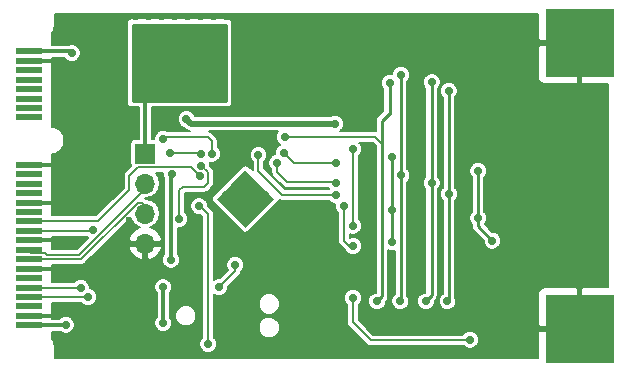
<source format=gbl>
G04 #@! TF.GenerationSoftware,KiCad,Pcbnew,(5.0.0)*
G04 #@! TF.CreationDate,2018-09-20T08:03:35+02:00*
G04 #@! TF.ProjectId,pcielora,706369656C6F72612E6B696361645F70,A*
G04 #@! TF.SameCoordinates,Original*
G04 #@! TF.FileFunction,Copper,L2,Bot,Signal*
G04 #@! TF.FilePolarity,Positive*
%FSLAX46Y46*%
G04 Gerber Fmt 4.6, Leading zero omitted, Abs format (unit mm)*
G04 Created by KiCad (PCBNEW (5.0.0)) date 09/20/18 08:03:35*
%MOMM*%
%LPD*%
G01*
G04 APERTURE LIST*
G04 #@! TA.AperFunction,ViaPad*
%ADD10C,0.600000*%
G04 #@! TD*
G04 #@! TA.AperFunction,ComponentPad*
%ADD11R,1.700000X1.700000*%
G04 #@! TD*
G04 #@! TA.AperFunction,ComponentPad*
%ADD12O,1.700000X1.700000*%
G04 #@! TD*
G04 #@! TA.AperFunction,ComponentPad*
%ADD13R,5.800000X5.800000*%
G04 #@! TD*
G04 #@! TA.AperFunction,SMDPad,CuDef*
%ADD14R,2.300000X0.600000*%
G04 #@! TD*
G04 #@! TA.AperFunction,Conductor*
%ADD15C,1.725000*%
G04 #@! TD*
G04 #@! TA.AperFunction,Conductor*
%ADD16C,0.150000*%
G04 #@! TD*
G04 #@! TA.AperFunction,ViaPad*
%ADD17C,0.711200*%
G04 #@! TD*
G04 #@! TA.AperFunction,Conductor*
%ADD18C,0.203200*%
G04 #@! TD*
G04 #@! TA.AperFunction,Conductor*
%ADD19C,0.300000*%
G04 #@! TD*
G04 #@! TA.AperFunction,Conductor*
%ADD20C,0.508000*%
G04 #@! TD*
G04 #@! TA.AperFunction,Conductor*
%ADD21C,0.304800*%
G04 #@! TD*
G04 #@! TA.AperFunction,Conductor*
%ADD22C,0.254000*%
G04 #@! TD*
G04 #@! TA.AperFunction,Conductor*
%ADD23C,0.200000*%
G04 #@! TD*
G04 APERTURE END LIST*
D10*
G04 #@! TO.N,GND*
G04 #@! TO.C,REF\002A\002A*
X125285500Y-84381500D03*
G04 #@! TD*
G04 #@! TO.N,GND*
G04 #@! TO.C,REF\002A\002A*
X129667000Y-95621000D03*
G04 #@! TD*
G04 #@! TO.N,GND*
G04 #@! TO.C,REF\002A\002A*
X119380000Y-95621000D03*
G04 #@! TD*
G04 #@! TO.N,GND*
G04 #@! TO.C,REF\002A\002A*
X159246000Y-95621000D03*
G04 #@! TD*
G04 #@! TO.N,GND*
G04 #@! TO.C,REF\002A\002A*
X158146000Y-95621000D03*
G04 #@! TD*
G04 #@! TO.N,GND*
G04 #@! TO.C,REF\002A\002A*
X157046000Y-95621000D03*
G04 #@! TD*
G04 #@! TO.N,GND*
G04 #@! TO.C,REF\002A\002A*
X155946000Y-95621000D03*
G04 #@! TD*
G04 #@! TO.N,GND*
G04 #@! TO.C,REF\002A\002A*
X154846000Y-95621000D03*
G04 #@! TD*
G04 #@! TO.N,GND*
G04 #@! TO.C,REF\002A\002A*
X153746000Y-95621000D03*
G04 #@! TD*
G04 #@! TO.N,GND*
G04 #@! TO.C,REF\002A\002A*
X152646000Y-95621000D03*
G04 #@! TD*
G04 #@! TO.N,GND*
G04 #@! TO.C,REF\002A\002A*
X151546000Y-95621000D03*
G04 #@! TD*
G04 #@! TO.N,GND*
G04 #@! TO.C,REF\002A\002A*
X150446000Y-95621000D03*
G04 #@! TD*
G04 #@! TO.N,GND*
G04 #@! TO.C,REF\002A\002A*
X149346000Y-95621000D03*
G04 #@! TD*
G04 #@! TO.N,GND*
G04 #@! TO.C,REF\002A\002A*
X148246000Y-95621000D03*
G04 #@! TD*
G04 #@! TO.N,GND*
G04 #@! TO.C,REF\002A\002A*
X147146000Y-95621000D03*
G04 #@! TD*
G04 #@! TO.N,GND*
G04 #@! TO.C,REF\002A\002A*
X146046000Y-95621000D03*
G04 #@! TD*
G04 #@! TO.N,GND*
G04 #@! TO.C,REF\002A\002A*
X144946000Y-95621000D03*
G04 #@! TD*
G04 #@! TO.N,GND*
G04 #@! TO.C,REF\002A\002A*
X143846000Y-95621000D03*
G04 #@! TD*
G04 #@! TO.N,GND*
G04 #@! TO.C,REF\002A\002A*
X142746000Y-95621000D03*
G04 #@! TD*
G04 #@! TO.N,GND*
G04 #@! TO.C,REF\002A\002A*
X141646000Y-95621000D03*
G04 #@! TD*
G04 #@! TO.N,GND*
G04 #@! TO.C,REF\002A\002A*
X140546000Y-95621000D03*
G04 #@! TD*
G04 #@! TO.N,GND*
G04 #@! TO.C,REF\002A\002A*
X139446000Y-95621000D03*
G04 #@! TD*
G04 #@! TO.N,GND*
G04 #@! TO.C,REF\002A\002A*
X158853000Y-67183000D03*
G04 #@! TD*
G04 #@! TO.N,GND*
G04 #@! TO.C,REF\002A\002A*
X157753000Y-67183000D03*
G04 #@! TD*
G04 #@! TO.N,GND*
G04 #@! TO.C,REF\002A\002A*
X156653000Y-67183000D03*
G04 #@! TD*
G04 #@! TO.N,GND*
G04 #@! TO.C,REF\002A\002A*
X155553000Y-67183000D03*
G04 #@! TD*
G04 #@! TO.N,GND*
G04 #@! TO.C,REF\002A\002A*
X154453000Y-67183000D03*
G04 #@! TD*
G04 #@! TO.N,GND*
G04 #@! TO.C,REF\002A\002A*
X153353000Y-67183000D03*
G04 #@! TD*
G04 #@! TO.N,GND*
G04 #@! TO.C,REF\002A\002A*
X152253000Y-67183000D03*
G04 #@! TD*
G04 #@! TO.N,GND*
G04 #@! TO.C,REF\002A\002A*
X151153000Y-67183000D03*
G04 #@! TD*
G04 #@! TO.N,GND*
G04 #@! TO.C,REF\002A\002A*
X150053000Y-67183000D03*
G04 #@! TD*
G04 #@! TO.N,GND*
G04 #@! TO.C,REF\002A\002A*
X148953000Y-67183000D03*
G04 #@! TD*
G04 #@! TO.N,GND*
G04 #@! TO.C,REF\002A\002A*
X147853000Y-67183000D03*
G04 #@! TD*
G04 #@! TO.N,GND*
G04 #@! TO.C,REF\002A\002A*
X146753000Y-67183000D03*
G04 #@! TD*
G04 #@! TO.N,GND*
G04 #@! TO.C,REF\002A\002A*
X145653000Y-67183000D03*
G04 #@! TD*
G04 #@! TO.N,GND*
G04 #@! TO.C,REF\002A\002A*
X144553000Y-67183000D03*
G04 #@! TD*
G04 #@! TO.N,GND*
G04 #@! TO.C,REF\002A\002A*
X143453000Y-67183000D03*
G04 #@! TD*
G04 #@! TO.N,GND*
G04 #@! TO.C,REF\002A\002A*
X142353000Y-67183000D03*
G04 #@! TD*
G04 #@! TO.N,GND*
G04 #@! TO.C,REF\002A\002A*
X141253000Y-67183000D03*
G04 #@! TD*
G04 #@! TO.N,GND*
G04 #@! TO.C,REF\002A\002A*
X140153000Y-67183000D03*
G04 #@! TD*
G04 #@! TO.N,GND*
G04 #@! TO.C,REF\002A\002A*
X139053000Y-67183000D03*
G04 #@! TD*
G04 #@! TO.N,GND*
G04 #@! TO.C,REF\002A\002A*
X137953000Y-67183000D03*
G04 #@! TD*
G04 #@! TO.N,GND*
G04 #@! TO.C,REF\002A\002A*
X136853000Y-67183000D03*
G04 #@! TD*
G04 #@! TO.N,GND*
G04 #@! TO.C,REF\002A\002A*
X135753000Y-67183000D03*
G04 #@! TD*
G04 #@! TO.N,GND*
G04 #@! TO.C,REF\002A\002A*
X134653000Y-67183000D03*
G04 #@! TD*
G04 #@! TO.N,GND*
G04 #@! TO.C,REF\002A\002A*
X133553000Y-67183000D03*
G04 #@! TD*
G04 #@! TO.N,GND*
G04 #@! TO.C,REF\002A\002A*
X132453000Y-67183000D03*
G04 #@! TD*
G04 #@! TO.N,GND*
G04 #@! TO.C,REF\002A\002A*
X131353000Y-67183000D03*
G04 #@! TD*
G04 #@! TO.N,GND*
G04 #@! TO.C,REF\002A\002A*
X130253000Y-67183000D03*
G04 #@! TD*
G04 #@! TO.N,GND*
G04 #@! TO.C,REF\002A\002A*
X129153000Y-67183000D03*
G04 #@! TD*
G04 #@! TO.N,GND*
G04 #@! TO.C,REF\002A\002A*
X128053000Y-67183000D03*
G04 #@! TD*
G04 #@! TO.N,GND*
G04 #@! TO.C,REF\002A\002A*
X126953000Y-67183000D03*
G04 #@! TD*
G04 #@! TO.N,GND*
G04 #@! TO.C,REF\002A\002A*
X125853000Y-67183000D03*
G04 #@! TD*
G04 #@! TO.N,GND*
G04 #@! TO.C,REF\002A\002A*
X124753000Y-67183000D03*
G04 #@! TD*
G04 #@! TO.N,GND*
G04 #@! TO.C,REF\002A\002A*
X123653000Y-67183000D03*
G04 #@! TD*
G04 #@! TO.N,GND*
G04 #@! TO.C,REF\002A\002A*
X122553000Y-67183000D03*
G04 #@! TD*
G04 #@! TO.N,GND*
G04 #@! TO.C,REF\002A\002A*
X121453000Y-67183000D03*
G04 #@! TD*
G04 #@! TO.N,GND*
G04 #@! TO.C,REF\002A\002A*
X120353000Y-67183000D03*
G04 #@! TD*
G04 #@! TO.N,GND*
G04 #@! TO.C,REF\002A\002A*
X119253000Y-67183000D03*
G04 #@! TD*
G04 #@! TO.N,GND*
G04 #@! TO.C,REF\002A\002A*
X165608000Y-89652000D03*
G04 #@! TD*
G04 #@! TO.N,GND*
G04 #@! TO.C,REF\002A\002A*
X165608000Y-88552000D03*
G04 #@! TD*
G04 #@! TO.N,GND*
G04 #@! TO.C,REF\002A\002A*
X165608000Y-87452000D03*
G04 #@! TD*
G04 #@! TO.N,GND*
G04 #@! TO.C,REF\002A\002A*
X165608000Y-86352000D03*
G04 #@! TD*
G04 #@! TO.N,GND*
G04 #@! TO.C,REF\002A\002A*
X165608000Y-85252000D03*
G04 #@! TD*
G04 #@! TO.N,GND*
G04 #@! TO.C,REF\002A\002A*
X165608000Y-84152000D03*
G04 #@! TD*
G04 #@! TO.N,GND*
G04 #@! TO.C,REF\002A\002A*
X165608000Y-83052000D03*
G04 #@! TD*
G04 #@! TO.N,GND*
G04 #@! TO.C,REF\002A\002A*
X165608000Y-81952000D03*
G04 #@! TD*
G04 #@! TO.N,GND*
G04 #@! TO.C,REF\002A\002A*
X165608000Y-80852000D03*
G04 #@! TD*
G04 #@! TO.N,GND*
G04 #@! TO.C,REF\002A\002A*
X165608000Y-79752000D03*
G04 #@! TD*
G04 #@! TO.N,GND*
G04 #@! TO.C,REF\002A\002A*
X165608000Y-78652000D03*
G04 #@! TD*
G04 #@! TO.N,GND*
G04 #@! TO.C,REF\002A\002A*
X165608000Y-77552000D03*
G04 #@! TD*
G04 #@! TO.N,GND*
G04 #@! TO.C,REF\002A\002A*
X165608000Y-76452000D03*
G04 #@! TD*
G04 #@! TO.N,GND*
G04 #@! TO.C,REF\002A\002A*
X165608000Y-75352000D03*
G04 #@! TD*
G04 #@! TO.N,GND*
G04 #@! TO.C,REF\002A\002A*
X165608000Y-74252000D03*
G04 #@! TD*
G04 #@! TO.N,+5V*
G04 #@! TO.C,REF\002A\002A*
X131318000Y-72390000D03*
G04 #@! TD*
G04 #@! TO.N,+5V*
G04 #@! TO.C,REF\002A\002A*
X130302000Y-72390000D03*
G04 #@! TD*
G04 #@! TO.N,+5V*
G04 #@! TO.C,REF\002A\002A*
X129159000Y-72390000D03*
G04 #@! TD*
G04 #@! TO.N,+5V*
G04 #@! TO.C,REF\002A\002A*
X131359000Y-71120000D03*
G04 #@! TD*
G04 #@! TO.N,+5V*
G04 #@! TO.C,REF\002A\002A*
X130259000Y-71120000D03*
G04 #@! TD*
G04 #@! TO.N,GND*
G04 #@! TO.C,REF\002A\002A*
X160909000Y-79883000D03*
G04 #@! TD*
G04 #@! TO.N,GND*
G04 #@! TO.C,REF\002A\002A*
X160528000Y-81534000D03*
G04 #@! TD*
G04 #@! TO.N,GND*
G04 #@! TO.C,REF\002A\002A*
X159131000Y-81534000D03*
G04 #@! TD*
G04 #@! TO.N,GND*
G04 #@! TO.C,REF\002A\002A*
X159639000Y-79883000D03*
G04 #@! TD*
G04 #@! TO.N,GND*
G04 #@! TO.C,REF\002A\002A*
X157988000Y-80772000D03*
G04 #@! TD*
G04 #@! TO.N,GND*
G04 #@! TO.C,REF\002A\002A*
X159131000Y-78867000D03*
G04 #@! TD*
G04 #@! TO.N,GND*
G04 #@! TO.C,REF\002A\002A*
X157353000Y-78867000D03*
G04 #@! TD*
G04 #@! TO.N,GND*
G04 #@! TO.C,REF\002A\002A*
X159131000Y-75057000D03*
G04 #@! TD*
G04 #@! TO.N,GND*
G04 #@! TO.C,REF\002A\002A*
X158750000Y-73787000D03*
G04 #@! TD*
G04 #@! TO.N,GND*
G04 #@! TO.C,REF\002A\002A*
X157353000Y-74803000D03*
G04 #@! TD*
G04 #@! TO.N,GND*
G04 #@! TO.C,REF\002A\002A*
X156210000Y-73787000D03*
G04 #@! TD*
G04 #@! TO.N,GND*
G04 #@! TO.C,REF\002A\002A*
X157607000Y-72644000D03*
G04 #@! TD*
G04 #@! TO.N,GND*
G04 #@! TO.C,REF\002A\002A*
X155321000Y-72644000D03*
G04 #@! TD*
D11*
G04 #@! TO.P,P1,1*
G04 #@! TO.N,+5V*
X126619000Y-78740000D03*
D12*
G04 #@! TO.P,P1,2*
G04 #@! TO.N,/USB_N*
X126619000Y-81280000D03*
G04 #@! TO.P,P1,3*
G04 #@! TO.N,/USB_P*
X126619000Y-83820000D03*
G04 #@! TO.P,P1,4*
G04 #@! TO.N,GND*
X126619000Y-86360000D03*
G04 #@! TD*
D10*
G04 #@! TO.N,GND*
G04 #@! TO.C,REF\002A\002A*
X165608000Y-73152000D03*
G04 #@! TD*
D13*
G04 #@! TO.P,MOUNTING_HOLE1,1*
G04 #@! TO.N,GND*
X163394000Y-69372000D03*
G04 #@! TD*
G04 #@! TO.P,MOUNTING_HOLE2,1*
G04 #@! TO.N,GND*
X163394000Y-93572000D03*
G04 #@! TD*
D10*
G04 #@! TO.N,+5V*
G04 #@! TO.C,REF\002A\002A*
X129159000Y-71120000D03*
G04 #@! TD*
D14*
G04 #@! TO.P,J1,2*
G04 #@! TO.N,Net-(F1-Pad2)*
X116744000Y-70072000D03*
G04 #@! TO.P,J1,4*
G04 #@! TO.N,GND*
X116744000Y-70872000D03*
G04 #@! TO.P,J1,6*
G04 #@! TO.N,N/C*
X116744000Y-71672000D03*
G04 #@! TO.P,J1,8*
X116744000Y-72472000D03*
G04 #@! TO.P,J1,10*
X116744000Y-73272000D03*
G04 #@! TO.P,J1,12*
X116744000Y-74072000D03*
G04 #@! TO.P,J1,14*
X116744000Y-74872000D03*
G04 #@! TO.P,J1,16*
X116744000Y-75672000D03*
G04 #@! TO.P,J1,18*
G04 #@! TO.N,GND*
X116744000Y-79672000D03*
G04 #@! TO.P,J1,20*
G04 #@! TO.N,N/C*
X116744000Y-80472000D03*
G04 #@! TO.P,J1,22*
X116744000Y-81272000D03*
G04 #@! TO.P,J1,24*
X116744000Y-82072000D03*
G04 #@! TO.P,J1,26*
G04 #@! TO.N,GND*
X116744000Y-82872000D03*
G04 #@! TO.P,J1,28*
G04 #@! TO.N,N/C*
X116744000Y-83672000D03*
G04 #@! TO.P,J1,30*
G04 #@! TO.N,/SCL*
X116744000Y-84472000D03*
G04 #@! TO.P,J1,32*
G04 #@! TO.N,/SDA*
X116744000Y-85272000D03*
G04 #@! TO.P,J1,34*
G04 #@! TO.N,GND*
X116744000Y-86072000D03*
G04 #@! TO.P,J1,36*
G04 #@! TO.N,/USB_N*
X116744000Y-86872000D03*
G04 #@! TO.P,J1,38*
G04 #@! TO.N,/USB_P*
X116744000Y-87672000D03*
G04 #@! TO.P,J1,40*
G04 #@! TO.N,GND*
X116744000Y-88472000D03*
G04 #@! TO.P,J1,42*
G04 #@! TO.N,N/C*
X116744000Y-89272000D03*
G04 #@! TO.P,J1,44*
G04 #@! TO.N,Net-(J1-Pad44)*
X116744000Y-90072000D03*
G04 #@! TO.P,J1,46*
G04 #@! TO.N,Net-(J1-Pad46)*
X116744000Y-90872000D03*
G04 #@! TO.P,J1,48*
G04 #@! TO.N,N/C*
X116744000Y-91672000D03*
G04 #@! TO.P,J1,50*
G04 #@! TO.N,GND*
X116744000Y-92472000D03*
G04 #@! TO.P,J1,52*
G04 #@! TO.N,Net-(F1-Pad2)*
X116744000Y-93272000D03*
G04 #@! TD*
D15*
G04 #@! TO.N,N/C*
G04 #@! TO.C,U1*
X135102600Y-83796715D03*
D16*
G36*
X136322359Y-83796715D02*
X135102600Y-85016474D01*
X133882841Y-83796715D01*
X135102600Y-82576956D01*
X136322359Y-83796715D01*
X136322359Y-83796715D01*
G37*
D15*
X133881285Y-82575400D03*
D16*
G36*
X135101044Y-82575400D02*
X133881285Y-83795159D01*
X132661526Y-82575400D01*
X133881285Y-81355641D01*
X135101044Y-82575400D01*
X135101044Y-82575400D01*
G37*
D15*
X136323915Y-82575400D03*
D16*
G36*
X137543674Y-82575400D02*
X136323915Y-83795159D01*
X135104156Y-82575400D01*
X136323915Y-81355641D01*
X137543674Y-82575400D01*
X137543674Y-82575400D01*
G37*
D15*
X135102600Y-81354085D03*
D16*
G36*
X136322359Y-81354085D02*
X135102600Y-82573844D01*
X133882841Y-81354085D01*
X135102600Y-80134326D01*
X136322359Y-81354085D01*
X136322359Y-81354085D01*
G37*
D10*
X135102600Y-83796715D03*
X133881285Y-82575400D03*
X136323915Y-82575400D03*
X135102600Y-81354085D03*
X135102600Y-82575400D03*
G04 #@! TD*
D17*
G04 #@! TO.N,GND*
X119380000Y-88519000D03*
X119380000Y-92329000D03*
X119443500Y-72961500D03*
X119591000Y-79672000D03*
X119467000Y-83272000D03*
X119219000Y-86072000D03*
G04 #@! TO.N,+3V3*
X142684500Y-76200000D03*
X128143000Y-93091000D03*
X128143000Y-90043000D03*
X130111500Y-75819000D03*
X128803400Y-87731600D03*
X128854200Y-80492600D03*
G04 #@! TO.N,Net-(J1-Pad44)*
X121158000Y-90106500D03*
G04 #@! TO.N,Net-(J1-Pad46)*
X121793000Y-90868500D03*
G04 #@! TO.N,/SCK*
X137795000Y-79502000D03*
X150876000Y-81216500D03*
X142748000Y-81216500D03*
X150876000Y-72694800D03*
X150368000Y-91249500D03*
G04 #@! TO.N,/MISO*
X138430000Y-77343000D03*
X147320000Y-72720200D03*
X146240500Y-91249500D03*
G04 #@! TO.N,/MOSI*
X138366500Y-78676500D03*
X148272500Y-80581500D03*
X142748000Y-79502000D03*
X148272500Y-72072500D03*
X148209000Y-91249500D03*
G04 #@! TO.N,/NSS*
X152336500Y-82169000D03*
X136207500Y-78867000D03*
X142748000Y-82232500D03*
X152323800Y-73406000D03*
X152209500Y-91249500D03*
G04 #@! TO.N,+5V*
X130733800Y-71755000D03*
G04 #@! TO.N,/SWDIO*
X132905500Y-90043000D03*
X134239000Y-88138000D03*
G04 #@! TO.N,/SCL*
X131254500Y-80645000D03*
G04 #@! TO.N,/SDA*
X131381500Y-79756000D03*
X129476500Y-84264500D03*
X122174000Y-85217000D03*
G04 #@! TO.N,/WLAN*
X132270500Y-78740000D03*
X128143000Y-77470000D03*
G04 #@! TO.N,/WPAN*
X131318000Y-78803500D03*
X128714500Y-78676500D03*
G04 #@! TO.N,Net-(F1-Pad2)*
X120396000Y-70231000D03*
X119888000Y-93218000D03*
G04 #@! TO.N,/RFM_DIOC*
X144208500Y-84836000D03*
X144208500Y-78359000D03*
G04 #@! TO.N,/RFM_DIOB*
X154813000Y-84201000D03*
X154813000Y-80200500D03*
X156019500Y-86106000D03*
G04 #@! TO.N,/RFM_DIOA*
X147478750Y-83470750D03*
X147510500Y-86233000D03*
X147510500Y-78994000D03*
G04 #@! TO.N,/RES_RFM*
X143446500Y-83185000D03*
X144208500Y-86550500D03*
X144208500Y-90932000D03*
X154114500Y-94488000D03*
G04 #@! TO.N,/RESET*
X131953000Y-94869000D03*
X131191000Y-83185000D03*
G04 #@! TD*
D18*
G04 #@! TO.N,GND*
X119237000Y-92472000D02*
X119380000Y-92329000D01*
X119333000Y-88472000D02*
X119079000Y-88472000D01*
X119380000Y-88519000D02*
X119333000Y-88472000D01*
X119374000Y-72892000D02*
X119374000Y-70872000D01*
X119443500Y-72961500D02*
X119374000Y-72892000D01*
X119439000Y-82872000D02*
X119439000Y-83244000D01*
X119439000Y-83244000D02*
X119467000Y-83272000D01*
D19*
X116744000Y-82872000D02*
X119439000Y-82872000D01*
X119439000Y-82872000D02*
X119507000Y-82804000D01*
X116744000Y-70872000D02*
X119374000Y-70872000D01*
X119374000Y-70872000D02*
X119380000Y-70866000D01*
X116744000Y-86072000D02*
X119219000Y-86072000D01*
X119219000Y-86072000D02*
X119253000Y-86106000D01*
X116744000Y-88472000D02*
X119079000Y-88472000D01*
X119079000Y-88472000D02*
X119126000Y-88519000D01*
X116744000Y-92472000D02*
X119237000Y-92472000D01*
X119237000Y-92472000D02*
X119253000Y-92456000D01*
X116744000Y-79672000D02*
X119591000Y-79672000D01*
X119591000Y-79672000D02*
X119634000Y-79629000D01*
D20*
G04 #@! TO.N,+3V3*
X130492500Y-76200000D02*
X142684500Y-76200000D01*
X130111500Y-75819000D02*
X130492500Y-76200000D01*
D21*
X128143000Y-90043000D02*
X128143000Y-93091000D01*
X128803400Y-80543400D02*
X128803400Y-87731600D01*
X128854200Y-80492600D02*
X128803400Y-80543400D01*
D18*
G04 #@! TO.N,/USB_N*
X126619000Y-81280000D02*
X126619000Y-81707538D01*
X126619000Y-81707538D02*
X125968138Y-82358400D01*
X125968138Y-82358400D02*
X121037737Y-87288801D01*
X118263683Y-87288801D02*
X118095281Y-87120399D01*
X121037737Y-87288801D02*
X118263683Y-87288801D01*
X118095281Y-87120399D02*
X116992399Y-87120399D01*
X116992399Y-87120399D02*
X116744000Y-86872000D01*
G04 #@! TO.N,/USB_P*
X126340631Y-82955369D02*
X125913093Y-82955369D01*
X121196462Y-87672000D02*
X117160800Y-87672000D01*
X125891883Y-82976579D02*
X121196462Y-87672000D01*
X126619000Y-83233738D02*
X126340631Y-82955369D01*
X125913093Y-82955369D02*
X125891883Y-82934159D01*
X125891883Y-82934159D02*
X125891883Y-82976579D01*
X126619000Y-83820000D02*
X126619000Y-83233738D01*
X117160800Y-87672000D02*
X116744000Y-87672000D01*
G04 #@! TO.N,Net-(J1-Pad44)*
X121123500Y-90072000D02*
X116744000Y-90072000D01*
X121158000Y-90106500D02*
X121123500Y-90072000D01*
G04 #@! TO.N,Net-(J1-Pad46)*
X121789500Y-90872000D02*
X116744000Y-90872000D01*
X121793000Y-90868500D02*
X121789500Y-90872000D01*
G04 #@! TO.N,/SCK*
X137795000Y-79502000D02*
X137795000Y-80327500D01*
X142684500Y-81153000D02*
X142748000Y-81216500D01*
X138620500Y-81153000D02*
X142684500Y-81153000D01*
X137795000Y-80327500D02*
X138620500Y-81153000D01*
D22*
X150876000Y-81216500D02*
X150876000Y-74168000D01*
X150876000Y-72694800D02*
X150876000Y-74168000D01*
X150368000Y-91249500D02*
X150876000Y-90741500D01*
X150876000Y-90741500D02*
X150876000Y-81216500D01*
D18*
G04 #@! TO.N,/MISO*
X146685000Y-77851000D02*
X146685000Y-77914500D01*
X146113500Y-77343000D02*
X146685000Y-77914500D01*
X146113500Y-77343000D02*
X138430000Y-77343000D01*
D22*
X146685000Y-79184500D02*
X146685000Y-79311500D01*
X146685000Y-79311500D02*
X146685000Y-90805000D01*
X146685000Y-90805000D02*
X146685000Y-90678000D01*
X146685000Y-90678000D02*
X146685000Y-90805000D01*
X147320000Y-75374500D02*
X147256500Y-75374500D01*
X146685000Y-75946000D02*
X146685000Y-77851000D01*
X146685000Y-77851000D02*
X146685000Y-79184500D01*
X147256500Y-75374500D02*
X146685000Y-75946000D01*
X147320000Y-72720200D02*
X147320000Y-73533000D01*
X146240500Y-91249500D02*
X146685000Y-90805000D01*
X147320000Y-75374500D02*
X147320000Y-73533000D01*
D18*
G04 #@! TO.N,/MOSI*
X138366500Y-78676500D02*
X139192000Y-79502000D01*
X139192000Y-79502000D02*
X142748000Y-79502000D01*
D22*
X148272500Y-80581500D02*
X148272500Y-72072500D01*
X148272500Y-91186000D02*
X148272500Y-82423000D01*
X148272500Y-82423000D02*
X148272500Y-80581500D01*
X148209000Y-91249500D02*
X148272500Y-91186000D01*
D18*
G04 #@! TO.N,/NSS*
X136207500Y-78867000D02*
X136207500Y-80200500D01*
X138239500Y-82232500D02*
X142748000Y-82232500D01*
X136207500Y-80200500D02*
X138239500Y-82232500D01*
D22*
X152336500Y-73418700D02*
X152336500Y-74803000D01*
X152323800Y-73406000D02*
X152336500Y-73418700D01*
X152336500Y-91122500D02*
X152336500Y-82169000D01*
X152336500Y-82169000D02*
X152336500Y-74803000D01*
X152209500Y-91249500D02*
X152336500Y-91122500D01*
D21*
G04 #@! TO.N,+5V*
X126619000Y-78740000D02*
X126619000Y-73558400D01*
X127736600Y-72440800D02*
X126619000Y-73558400D01*
X130048000Y-72440800D02*
X127736600Y-72440800D01*
X130048000Y-72440800D02*
X130733800Y-71755000D01*
D18*
G04 #@! TO.N,/SWDIO*
X132905500Y-90043000D02*
X134239000Y-88709500D01*
X134239000Y-88709500D02*
X134239000Y-88138000D01*
X134302500Y-88201500D02*
X134239000Y-88138000D01*
G04 #@! TO.N,/SCL*
X120379000Y-84472000D02*
X122665000Y-84472000D01*
X125285500Y-80645000D02*
X126047500Y-79883000D01*
X125285500Y-81851500D02*
X125285500Y-80645000D01*
X122665000Y-84472000D02*
X125285500Y-81851500D01*
X116744000Y-84472000D02*
X120379000Y-84472000D01*
X126047500Y-79883000D02*
X128587500Y-79883000D01*
X128587500Y-79883000D02*
X130492500Y-79883000D01*
X130492500Y-79883000D02*
X131254500Y-80645000D01*
G04 #@! TO.N,/SDA*
X129476500Y-84264500D02*
X129476500Y-81851500D01*
X131635500Y-81534000D02*
X131953000Y-81216500D01*
X129794000Y-81534000D02*
X131635500Y-81534000D01*
X129476500Y-81851500D02*
X129794000Y-81534000D01*
X116744000Y-85272000D02*
X122119000Y-85272000D01*
X131953000Y-80327500D02*
X131381500Y-79756000D01*
X131953000Y-81216500D02*
X131953000Y-80327500D01*
X122119000Y-85272000D02*
X122174000Y-85217000D01*
G04 #@! TO.N,/WLAN*
X132270500Y-77660500D02*
X132270500Y-78740000D01*
X131953000Y-77343000D02*
X132270500Y-77660500D01*
X128270000Y-77343000D02*
X131953000Y-77343000D01*
X128143000Y-77470000D02*
X128270000Y-77343000D01*
G04 #@! TO.N,/WPAN*
X131318000Y-78803500D02*
X131191000Y-78676500D01*
X131191000Y-78676500D02*
X128714500Y-78676500D01*
D21*
G04 #@! TO.N,Net-(F1-Pad2)*
X116744000Y-93272000D02*
X119834000Y-93272000D01*
X120237000Y-70072000D02*
X116744000Y-70072000D01*
D22*
X120396000Y-70231000D02*
X120237000Y-70072000D01*
X119834000Y-93272000D02*
X119888000Y-93218000D01*
D18*
G04 #@! TO.N,/RFM_DIOC*
X144208500Y-84836000D02*
X144208500Y-78359000D01*
D22*
G04 #@! TO.N,/RFM_DIOB*
X154813000Y-84899500D02*
X154813000Y-84201000D01*
X154813000Y-84201000D02*
X154813000Y-80200500D01*
X156019500Y-86106000D02*
X154813000Y-84899500D01*
D18*
G04 #@! TO.N,/RFM_DIOA*
X147478750Y-83470750D02*
X147510500Y-83439000D01*
X147510500Y-83439000D02*
X147447000Y-83439000D01*
X147447000Y-83439000D02*
X147510500Y-83439000D01*
D22*
X147510500Y-78994000D02*
X147510500Y-83439000D01*
X147510500Y-83439000D02*
X147510500Y-86233000D01*
D18*
G04 #@! TO.N,/RES_RFM*
X143446500Y-83185000D02*
X143446500Y-86106000D01*
X143446500Y-86106000D02*
X143891000Y-86550500D01*
X143891000Y-86550500D02*
X144208500Y-86550500D01*
X144208500Y-93027500D02*
X144208500Y-90932000D01*
X145732500Y-94551500D02*
X144208500Y-93027500D01*
X154051000Y-94551500D02*
X145732500Y-94551500D01*
X154114500Y-94488000D02*
X154051000Y-94551500D01*
G04 #@! TO.N,/RESET*
X131191000Y-83185000D02*
X131254500Y-83185000D01*
X131953000Y-83883500D02*
X131953000Y-94869000D01*
X131254500Y-83185000D02*
X131953000Y-83883500D01*
G04 #@! TD*
D23*
G04 #@! TO.N,GND*
G36*
X159886000Y-69066000D02*
X160038000Y-69218000D01*
X163240000Y-69218000D01*
X163240000Y-69198000D01*
X163548000Y-69198000D01*
X163548000Y-69218000D01*
X163568000Y-69218000D01*
X163568000Y-69526000D01*
X163548000Y-69526000D01*
X163548000Y-72728000D01*
X163700000Y-72880000D01*
X165844000Y-72880000D01*
X165844000Y-90064000D01*
X163700000Y-90064000D01*
X163548000Y-90216000D01*
X163548000Y-93418000D01*
X163568000Y-93418000D01*
X163568000Y-93726000D01*
X163548000Y-93726000D01*
X163548000Y-93746000D01*
X163240000Y-93746000D01*
X163240000Y-93726000D01*
X160038000Y-93726000D01*
X159886000Y-93878000D01*
X159886000Y-96022000D01*
X118994000Y-96022000D01*
X118994000Y-95122000D01*
X118985354Y-95078533D01*
X118985354Y-95034210D01*
X118924457Y-94728063D01*
X118924457Y-94728061D01*
X118889682Y-94644107D01*
X118857266Y-94565846D01*
X118857262Y-94565842D01*
X118744000Y-94396335D01*
X118744000Y-93824400D01*
X119425694Y-93824400D01*
X119459428Y-93858193D01*
X119737043Y-93973468D01*
X120037639Y-93973731D01*
X120315454Y-93858940D01*
X120528193Y-93646572D01*
X120643468Y-93368957D01*
X120643731Y-93068361D01*
X120528940Y-92790546D01*
X120316572Y-92577807D01*
X120038957Y-92462532D01*
X119738361Y-92462269D01*
X119460546Y-92577060D01*
X119317757Y-92719600D01*
X118744000Y-92719600D01*
X118744000Y-91373600D01*
X121229571Y-91373600D01*
X121364428Y-91508693D01*
X121642043Y-91623968D01*
X121942639Y-91624231D01*
X122220454Y-91509440D01*
X122433193Y-91297072D01*
X122548468Y-91019457D01*
X122548731Y-90718861D01*
X122433940Y-90441046D01*
X122221572Y-90228307D01*
X122135674Y-90192639D01*
X127387269Y-90192639D01*
X127502060Y-90470454D01*
X127590600Y-90559149D01*
X127590600Y-92574788D01*
X127502807Y-92662428D01*
X127387532Y-92940043D01*
X127387269Y-93240639D01*
X127502060Y-93518454D01*
X127714428Y-93731193D01*
X127992043Y-93846468D01*
X128292639Y-93846731D01*
X128570454Y-93731940D01*
X128783193Y-93519572D01*
X128898468Y-93241957D01*
X128898731Y-92941361D01*
X128783940Y-92663546D01*
X128754682Y-92634236D01*
X129140344Y-92634236D01*
X129277072Y-92965143D01*
X129530025Y-93218538D01*
X129860694Y-93355843D01*
X130218736Y-93356156D01*
X130549643Y-93219428D01*
X130803038Y-92966475D01*
X130940343Y-92635806D01*
X130940656Y-92277764D01*
X130803928Y-91946857D01*
X130550975Y-91693462D01*
X130220306Y-91556157D01*
X129862264Y-91555844D01*
X129531357Y-91692572D01*
X129277962Y-91945525D01*
X129140657Y-92276194D01*
X129140344Y-92634236D01*
X128754682Y-92634236D01*
X128695400Y-92574851D01*
X128695400Y-90559212D01*
X128783193Y-90471572D01*
X128898468Y-90193957D01*
X128898731Y-89893361D01*
X128783940Y-89615546D01*
X128571572Y-89402807D01*
X128293957Y-89287532D01*
X127993361Y-89287269D01*
X127715546Y-89402060D01*
X127502807Y-89614428D01*
X127387532Y-89892043D01*
X127387269Y-90192639D01*
X122135674Y-90192639D01*
X121943957Y-90113032D01*
X121913594Y-90113005D01*
X121913731Y-89956861D01*
X121798940Y-89679046D01*
X121586572Y-89466307D01*
X121308957Y-89351032D01*
X121008361Y-89350769D01*
X120730546Y-89465560D01*
X120625523Y-89570400D01*
X118744000Y-89570400D01*
X118744000Y-88173600D01*
X121196462Y-88173600D01*
X121388416Y-88135418D01*
X121551147Y-88026685D01*
X122838922Y-86738910D01*
X125211097Y-86738910D01*
X125355523Y-87087616D01*
X125730146Y-87515741D01*
X126240089Y-87767915D01*
X126465000Y-87657856D01*
X126465000Y-86514000D01*
X126773000Y-86514000D01*
X126773000Y-87657856D01*
X126997911Y-87767915D01*
X127507854Y-87515741D01*
X127882477Y-87087616D01*
X128026903Y-86738910D01*
X127915889Y-86514000D01*
X126773000Y-86514000D01*
X126465000Y-86514000D01*
X125322111Y-86514000D01*
X125211097Y-86738910D01*
X122838922Y-86738910D01*
X125413086Y-84164746D01*
X125439662Y-84298354D01*
X125710628Y-84703883D01*
X126116157Y-84974849D01*
X126171710Y-84985899D01*
X125730146Y-85204259D01*
X125355523Y-85632384D01*
X125211097Y-85981090D01*
X125322111Y-86206000D01*
X126465000Y-86206000D01*
X126465000Y-86186000D01*
X126773000Y-86186000D01*
X126773000Y-86206000D01*
X127915889Y-86206000D01*
X128026903Y-85981090D01*
X127882477Y-85632384D01*
X127507854Y-85204259D01*
X127066290Y-84985899D01*
X127121843Y-84974849D01*
X127527372Y-84703883D01*
X127798338Y-84298354D01*
X127893489Y-83820000D01*
X127798338Y-83341646D01*
X127527372Y-82936117D01*
X127121843Y-82665151D01*
X126651897Y-82571672D01*
X126587418Y-82528589D01*
X126594511Y-82530000D01*
X126643489Y-82530000D01*
X127121843Y-82434849D01*
X127527372Y-82163883D01*
X127798338Y-81758354D01*
X127893489Y-81280000D01*
X127798338Y-80801646D01*
X127527372Y-80396117D01*
X127510136Y-80384600D01*
X128098694Y-80384600D01*
X128098469Y-80642239D01*
X128213260Y-80920054D01*
X128251000Y-80957860D01*
X128251000Y-87215388D01*
X128163207Y-87303028D01*
X128047932Y-87580643D01*
X128047669Y-87881239D01*
X128162460Y-88159054D01*
X128374828Y-88371793D01*
X128652443Y-88487068D01*
X128953039Y-88487331D01*
X129230854Y-88372540D01*
X129443593Y-88160172D01*
X129558868Y-87882557D01*
X129559131Y-87581961D01*
X129444340Y-87304146D01*
X129355800Y-87215451D01*
X129355800Y-85019994D01*
X129626139Y-85020231D01*
X129903954Y-84905440D01*
X130116693Y-84693072D01*
X130231968Y-84415457D01*
X130232231Y-84114861D01*
X130117440Y-83837046D01*
X129978100Y-83697463D01*
X129978100Y-83334639D01*
X130435269Y-83334639D01*
X130550060Y-83612454D01*
X130762428Y-83825193D01*
X131040043Y-83940468D01*
X131300826Y-83940696D01*
X131451400Y-84091270D01*
X131451400Y-94302077D01*
X131312807Y-94440428D01*
X131197532Y-94718043D01*
X131197269Y-95018639D01*
X131312060Y-95296454D01*
X131524428Y-95509193D01*
X131802043Y-95624468D01*
X132102639Y-95624731D01*
X132380454Y-95509940D01*
X132593193Y-95297572D01*
X132708468Y-95019957D01*
X132708731Y-94719361D01*
X132593940Y-94441546D01*
X132454600Y-94301963D01*
X132454600Y-93634236D01*
X136240344Y-93634236D01*
X136377072Y-93965143D01*
X136630025Y-94218538D01*
X136960694Y-94355843D01*
X137318736Y-94356156D01*
X137649643Y-94219428D01*
X137903038Y-93966475D01*
X138040343Y-93635806D01*
X138040656Y-93277764D01*
X137903928Y-92946857D01*
X137650975Y-92693462D01*
X137320306Y-92556157D01*
X136962264Y-92555844D01*
X136631357Y-92692572D01*
X136377962Y-92945525D01*
X136240657Y-93276194D01*
X136240344Y-93634236D01*
X132454600Y-93634236D01*
X132454600Y-91634236D01*
X136240344Y-91634236D01*
X136377072Y-91965143D01*
X136630025Y-92218538D01*
X136960694Y-92355843D01*
X137318736Y-92356156D01*
X137649643Y-92219428D01*
X137903038Y-91966475D01*
X138040343Y-91635806D01*
X138040656Y-91277764D01*
X137959619Y-91081639D01*
X143452769Y-91081639D01*
X143567560Y-91359454D01*
X143706900Y-91499037D01*
X143706900Y-93027500D01*
X143745082Y-93219454D01*
X143853815Y-93382185D01*
X145377813Y-94906182D01*
X145377815Y-94906185D01*
X145540546Y-95014918D01*
X145732500Y-95053100D01*
X153610966Y-95053100D01*
X153685928Y-95128193D01*
X153963543Y-95243468D01*
X154264139Y-95243731D01*
X154541954Y-95128940D01*
X154754693Y-94916572D01*
X154869968Y-94638957D01*
X154870231Y-94338361D01*
X154755440Y-94060546D01*
X154543072Y-93847807D01*
X154265457Y-93732532D01*
X153964861Y-93732269D01*
X153687046Y-93847060D01*
X153483852Y-94049900D01*
X145940269Y-94049900D01*
X144710100Y-92819730D01*
X144710100Y-91498923D01*
X144848693Y-91360572D01*
X144963968Y-91082957D01*
X144964231Y-90782361D01*
X144849440Y-90504546D01*
X144637072Y-90291807D01*
X144359457Y-90176532D01*
X144058861Y-90176269D01*
X143781046Y-90291060D01*
X143568307Y-90503428D01*
X143453032Y-90781043D01*
X143452769Y-91081639D01*
X137959619Y-91081639D01*
X137903928Y-90946857D01*
X137650975Y-90693462D01*
X137320306Y-90556157D01*
X136962264Y-90555844D01*
X136631357Y-90692572D01*
X136377962Y-90945525D01*
X136240657Y-91276194D01*
X136240344Y-91634236D01*
X132454600Y-91634236D01*
X132454600Y-90660826D01*
X132476928Y-90683193D01*
X132754543Y-90798468D01*
X133055139Y-90798731D01*
X133332954Y-90683940D01*
X133545693Y-90471572D01*
X133660968Y-90193957D01*
X133661141Y-89996729D01*
X134593685Y-89064185D01*
X134702418Y-88901454D01*
X134740600Y-88709500D01*
X134740600Y-88704923D01*
X134879193Y-88566572D01*
X134994468Y-88288957D01*
X134994731Y-87988361D01*
X134879940Y-87710546D01*
X134667572Y-87497807D01*
X134389957Y-87382532D01*
X134089361Y-87382269D01*
X133811546Y-87497060D01*
X133598807Y-87709428D01*
X133483532Y-87987043D01*
X133483269Y-88287639D01*
X133598060Y-88565454D01*
X133635835Y-88603295D01*
X132951690Y-89287440D01*
X132755861Y-89287269D01*
X132478046Y-89402060D01*
X132454600Y-89425465D01*
X132454600Y-83883500D01*
X132416418Y-83691546D01*
X132307685Y-83528815D01*
X131946615Y-83167745D01*
X131946731Y-83035361D01*
X131831940Y-82757546D01*
X131619572Y-82544807D01*
X131341957Y-82429532D01*
X131041361Y-82429269D01*
X130763546Y-82544060D01*
X130550807Y-82756428D01*
X130435532Y-83034043D01*
X130435269Y-83334639D01*
X129978100Y-83334639D01*
X129978100Y-82059270D01*
X130001770Y-82035600D01*
X131635500Y-82035600D01*
X131827454Y-81997418D01*
X131990185Y-81888685D01*
X132307685Y-81571185D01*
X132416418Y-81408454D01*
X132454600Y-81216500D01*
X132454600Y-80327500D01*
X132416418Y-80135546D01*
X132307685Y-79972815D01*
X132137060Y-79802190D01*
X132137231Y-79606361D01*
X132085585Y-79481367D01*
X132119543Y-79495468D01*
X132420139Y-79495731D01*
X132697954Y-79380940D01*
X132910693Y-79168572D01*
X133025968Y-78890957D01*
X133026231Y-78590361D01*
X132911440Y-78312546D01*
X132772100Y-78172963D01*
X132772100Y-77660500D01*
X132733918Y-77468546D01*
X132625185Y-77305815D01*
X132307685Y-76988315D01*
X132144954Y-76879582D01*
X132016345Y-76854000D01*
X137850341Y-76854000D01*
X137789807Y-76914428D01*
X137674532Y-77192043D01*
X137674269Y-77492639D01*
X137789060Y-77770454D01*
X138001428Y-77983193D01*
X138033527Y-77996521D01*
X137939046Y-78035560D01*
X137726307Y-78247928D01*
X137611032Y-78525543D01*
X137610826Y-78760538D01*
X137367546Y-78861060D01*
X137154807Y-79073428D01*
X137039532Y-79351043D01*
X137039269Y-79651639D01*
X137154060Y-79929454D01*
X137293400Y-80069037D01*
X137293400Y-80327500D01*
X137331582Y-80519454D01*
X137440315Y-80682185D01*
X138265815Y-81507685D01*
X138428546Y-81616418D01*
X138620500Y-81654600D01*
X142117687Y-81654600D01*
X142187420Y-81724454D01*
X142180963Y-81730900D01*
X138447270Y-81730900D01*
X136709100Y-79992730D01*
X136709100Y-79433923D01*
X136847693Y-79295572D01*
X136962968Y-79017957D01*
X136963231Y-78717361D01*
X136848440Y-78439546D01*
X136636072Y-78226807D01*
X136358457Y-78111532D01*
X136057861Y-78111269D01*
X135780046Y-78226060D01*
X135567307Y-78438428D01*
X135452032Y-78716043D01*
X135451769Y-79016639D01*
X135566560Y-79294454D01*
X135705900Y-79434037D01*
X135705900Y-80160858D01*
X135390984Y-79845942D01*
X135266446Y-79760850D01*
X135108234Y-79726529D01*
X134949134Y-79756466D01*
X134814216Y-79845942D01*
X133594457Y-81065701D01*
X133593802Y-81066659D01*
X133592901Y-81067257D01*
X132373142Y-82287016D01*
X132288050Y-82411554D01*
X132253729Y-82569766D01*
X132283666Y-82728866D01*
X132373142Y-82863784D01*
X133592901Y-84083543D01*
X133593859Y-84084198D01*
X133594457Y-84085099D01*
X134814216Y-85304858D01*
X134938754Y-85389950D01*
X135096966Y-85424271D01*
X135256066Y-85394334D01*
X135390984Y-85304858D01*
X136610743Y-84085099D01*
X136611398Y-84084141D01*
X136612299Y-84083543D01*
X137832058Y-82863784D01*
X137917150Y-82739246D01*
X137941867Y-82625306D01*
X138047546Y-82695918D01*
X138239500Y-82734100D01*
X142181077Y-82734100D01*
X142319428Y-82872693D01*
X142597043Y-82987968D01*
X142710123Y-82988067D01*
X142691032Y-83034043D01*
X142690769Y-83334639D01*
X142805560Y-83612454D01*
X142944900Y-83752037D01*
X142944900Y-86106000D01*
X142983082Y-86297954D01*
X143091815Y-86460685D01*
X143536315Y-86905185D01*
X143537941Y-86906272D01*
X143567560Y-86977954D01*
X143779928Y-87190693D01*
X144057543Y-87305968D01*
X144358139Y-87306231D01*
X144635954Y-87191440D01*
X144848693Y-86979072D01*
X144963968Y-86701457D01*
X144964231Y-86400861D01*
X144849440Y-86123046D01*
X144637072Y-85910307D01*
X144359457Y-85795032D01*
X144058861Y-85794769D01*
X143948100Y-85840535D01*
X143948100Y-85546024D01*
X144057543Y-85591468D01*
X144358139Y-85591731D01*
X144635954Y-85476940D01*
X144848693Y-85264572D01*
X144963968Y-84986957D01*
X144964231Y-84686361D01*
X144849440Y-84408546D01*
X144710100Y-84268963D01*
X144710100Y-78925923D01*
X144848693Y-78787572D01*
X144963968Y-78509957D01*
X144964231Y-78209361D01*
X144849440Y-77931546D01*
X144762646Y-77844600D01*
X145905730Y-77844600D01*
X146158000Y-78096870D01*
X146158000Y-90493828D01*
X146090861Y-90493769D01*
X145813046Y-90608560D01*
X145600307Y-90820928D01*
X145485032Y-91098543D01*
X145484769Y-91399139D01*
X145599560Y-91676954D01*
X145811928Y-91889693D01*
X146089543Y-92004968D01*
X146390139Y-92005231D01*
X146667954Y-91890440D01*
X146880693Y-91678072D01*
X146995968Y-91400457D01*
X146996109Y-91239181D01*
X147057645Y-91177645D01*
X147171885Y-91006675D01*
X147212000Y-90805000D01*
X147212000Y-86927203D01*
X147359543Y-86988468D01*
X147660139Y-86988731D01*
X147745500Y-86953460D01*
X147745500Y-90644543D01*
X147568807Y-90820928D01*
X147453532Y-91098543D01*
X147453269Y-91399139D01*
X147568060Y-91676954D01*
X147780428Y-91889693D01*
X148058043Y-92004968D01*
X148358639Y-92005231D01*
X148636454Y-91890440D01*
X148849193Y-91678072D01*
X148964468Y-91400457D01*
X148964469Y-91399139D01*
X149612269Y-91399139D01*
X149727060Y-91676954D01*
X149939428Y-91889693D01*
X150217043Y-92004968D01*
X150517639Y-92005231D01*
X150795454Y-91890440D01*
X151008193Y-91678072D01*
X151123468Y-91400457D01*
X151123469Y-91399139D01*
X151453769Y-91399139D01*
X151568560Y-91676954D01*
X151780928Y-91889693D01*
X152058543Y-92004968D01*
X152359139Y-92005231D01*
X152636954Y-91890440D01*
X152849693Y-91678072D01*
X152964968Y-91400457D01*
X152965231Y-91099861D01*
X152863500Y-90853654D01*
X152863500Y-90551062D01*
X159886000Y-90551062D01*
X159886000Y-93266000D01*
X160038000Y-93418000D01*
X163240000Y-93418000D01*
X163240000Y-90216000D01*
X163088000Y-90064000D01*
X160373061Y-90064000D01*
X160149595Y-90156563D01*
X159978562Y-90327596D01*
X159886000Y-90551062D01*
X152863500Y-90551062D01*
X152863500Y-82710568D01*
X152976693Y-82597572D01*
X153091968Y-82319957D01*
X153092231Y-82019361D01*
X152977440Y-81741546D01*
X152863500Y-81627407D01*
X152863500Y-80350139D01*
X154057269Y-80350139D01*
X154172060Y-80627954D01*
X154286000Y-80742093D01*
X154286000Y-83659432D01*
X154172807Y-83772428D01*
X154057532Y-84050043D01*
X154057269Y-84350639D01*
X154172060Y-84628454D01*
X154286000Y-84742593D01*
X154286000Y-84899500D01*
X154326115Y-85101175D01*
X154440355Y-85272145D01*
X155263909Y-86095700D01*
X155263769Y-86255639D01*
X155378560Y-86533454D01*
X155590928Y-86746193D01*
X155868543Y-86861468D01*
X156169139Y-86861731D01*
X156446954Y-86746940D01*
X156659693Y-86534572D01*
X156774968Y-86256957D01*
X156775231Y-85956361D01*
X156660440Y-85678546D01*
X156448072Y-85465807D01*
X156170457Y-85350532D01*
X156009182Y-85350391D01*
X155370706Y-84711915D01*
X155453193Y-84629572D01*
X155568468Y-84351957D01*
X155568731Y-84051361D01*
X155453940Y-83773546D01*
X155340000Y-83659407D01*
X155340000Y-80742068D01*
X155453193Y-80629072D01*
X155568468Y-80351457D01*
X155568731Y-80050861D01*
X155453940Y-79773046D01*
X155241572Y-79560307D01*
X154963957Y-79445032D01*
X154663361Y-79444769D01*
X154385546Y-79559560D01*
X154172807Y-79771928D01*
X154057532Y-80049543D01*
X154057269Y-80350139D01*
X152863500Y-80350139D01*
X152863500Y-73934890D01*
X152963993Y-73834572D01*
X153079268Y-73556957D01*
X153079531Y-73256361D01*
X152964740Y-72978546D01*
X152752372Y-72765807D01*
X152474757Y-72650532D01*
X152174161Y-72650269D01*
X151896346Y-72765060D01*
X151683607Y-72977428D01*
X151568332Y-73255043D01*
X151568069Y-73555639D01*
X151682860Y-73833454D01*
X151809500Y-73960315D01*
X151809500Y-81627432D01*
X151696307Y-81740428D01*
X151581032Y-82018043D01*
X151580769Y-82318639D01*
X151695560Y-82596454D01*
X151809500Y-82710593D01*
X151809500Y-90597216D01*
X151782046Y-90608560D01*
X151569307Y-90820928D01*
X151454032Y-91098543D01*
X151453769Y-91399139D01*
X151123469Y-91399139D01*
X151123609Y-91239182D01*
X151248645Y-91114146D01*
X151324978Y-90999906D01*
X151362885Y-90943174D01*
X151403000Y-90741500D01*
X151403000Y-81758068D01*
X151516193Y-81645072D01*
X151631468Y-81367457D01*
X151631731Y-81066861D01*
X151516940Y-80789046D01*
X151403000Y-80674907D01*
X151403000Y-73236368D01*
X151516193Y-73123372D01*
X151631468Y-72845757D01*
X151631731Y-72545161D01*
X151516940Y-72267346D01*
X151304572Y-72054607D01*
X151026957Y-71939332D01*
X150726361Y-71939069D01*
X150448546Y-72053860D01*
X150235807Y-72266228D01*
X150120532Y-72543843D01*
X150120269Y-72844439D01*
X150235060Y-73122254D01*
X150349000Y-73236393D01*
X150349000Y-80674932D01*
X150235807Y-80787928D01*
X150120532Y-81065543D01*
X150120269Y-81366139D01*
X150235060Y-81643954D01*
X150349000Y-81758093D01*
X150349000Y-90493883D01*
X150218361Y-90493769D01*
X149940546Y-90608560D01*
X149727807Y-90820928D01*
X149612532Y-91098543D01*
X149612269Y-91399139D01*
X148964469Y-91399139D01*
X148964731Y-91099861D01*
X148849940Y-90822046D01*
X148799500Y-90771518D01*
X148799500Y-81123068D01*
X148912693Y-81010072D01*
X149027968Y-80732457D01*
X149028231Y-80431861D01*
X148913440Y-80154046D01*
X148799500Y-80039907D01*
X148799500Y-72614068D01*
X148912693Y-72501072D01*
X149027968Y-72223457D01*
X149028231Y-71922861D01*
X148913440Y-71645046D01*
X148701072Y-71432307D01*
X148423457Y-71317032D01*
X148122861Y-71316769D01*
X147845046Y-71431560D01*
X147632307Y-71643928D01*
X147517032Y-71921543D01*
X147516977Y-71983841D01*
X147470957Y-71964732D01*
X147170361Y-71964469D01*
X146892546Y-72079260D01*
X146679807Y-72291628D01*
X146564532Y-72569243D01*
X146564269Y-72869839D01*
X146679060Y-73147654D01*
X146793000Y-73261793D01*
X146793000Y-75092710D01*
X146312355Y-75573355D01*
X146198115Y-75744325D01*
X146158000Y-75946000D01*
X146158000Y-76850252D01*
X146113500Y-76841400D01*
X143110841Y-76841400D01*
X143111954Y-76840940D01*
X143324693Y-76628572D01*
X143439968Y-76350957D01*
X143440231Y-76050361D01*
X143325440Y-75772546D01*
X143113072Y-75559807D01*
X142835457Y-75444532D01*
X142534861Y-75444269D01*
X142288654Y-75546000D01*
X130816259Y-75546000D01*
X130752440Y-75391546D01*
X130540072Y-75178807D01*
X130262457Y-75063532D01*
X129961861Y-75063269D01*
X129684046Y-75178060D01*
X129471307Y-75390428D01*
X129356032Y-75668043D01*
X129355769Y-75968639D01*
X129470560Y-76246454D01*
X129682928Y-76459193D01*
X129928956Y-76561352D01*
X130030052Y-76662448D01*
X130242225Y-76804217D01*
X130429156Y-76841400D01*
X128583145Y-76841400D01*
X128571572Y-76829807D01*
X128293957Y-76714532D01*
X127993361Y-76714269D01*
X127715546Y-76829060D01*
X127502807Y-77041428D01*
X127387532Y-77319043D01*
X127387389Y-77482164D01*
X127171400Y-77482164D01*
X127171400Y-74822000D01*
X133604000Y-74822000D01*
X133749383Y-74794644D01*
X133882908Y-74708723D01*
X133972486Y-74577622D01*
X134004000Y-74422000D01*
X134004000Y-69678000D01*
X159886000Y-69678000D01*
X159886000Y-72392938D01*
X159978562Y-72616404D01*
X160149595Y-72787437D01*
X160373061Y-72880000D01*
X163088000Y-72880000D01*
X163240000Y-72728000D01*
X163240000Y-69526000D01*
X160038000Y-69526000D01*
X159886000Y-69678000D01*
X134004000Y-69678000D01*
X134004000Y-67691000D01*
X133976644Y-67545617D01*
X133890723Y-67412092D01*
X133759622Y-67322514D01*
X133604000Y-67291000D01*
X125476000Y-67291000D01*
X125330617Y-67318356D01*
X125197092Y-67404277D01*
X125107514Y-67535378D01*
X125076000Y-67691000D01*
X125076000Y-74422000D01*
X125103356Y-74567383D01*
X125189277Y-74700908D01*
X125320378Y-74790486D01*
X125476000Y-74822000D01*
X126066600Y-74822000D01*
X126066600Y-77482164D01*
X125769000Y-77482164D01*
X125620769Y-77510056D01*
X125484628Y-77597660D01*
X125393296Y-77731329D01*
X125361164Y-77890000D01*
X125361164Y-79590000D01*
X125389056Y-79738231D01*
X125425799Y-79795331D01*
X124930815Y-80290315D01*
X124822082Y-80453046D01*
X124783900Y-80645000D01*
X124783900Y-81643730D01*
X122457230Y-83970400D01*
X118744000Y-83970400D01*
X118744000Y-78800980D01*
X118968798Y-78756264D01*
X118968804Y-78756264D01*
X119065905Y-78716043D01*
X119131020Y-78689072D01*
X119131023Y-78689069D01*
X119374337Y-78526491D01*
X119498493Y-78402335D01*
X119661071Y-78159021D01*
X119661072Y-78159020D01*
X119728264Y-77996803D01*
X119785354Y-77709790D01*
X119785354Y-77534208D01*
X119785353Y-77534206D01*
X119728264Y-77247197D01*
X119661072Y-77084980D01*
X119661071Y-77084979D01*
X119498491Y-76841663D01*
X119374335Y-76717507D01*
X119131023Y-76554931D01*
X119131020Y-76554928D01*
X119063828Y-76527097D01*
X118968804Y-76487736D01*
X118968798Y-76487736D01*
X118744000Y-76443020D01*
X118744000Y-70624400D01*
X119740989Y-70624400D01*
X119755060Y-70658454D01*
X119967428Y-70871193D01*
X120245043Y-70986468D01*
X120545639Y-70986731D01*
X120823454Y-70871940D01*
X121036193Y-70659572D01*
X121151468Y-70381957D01*
X121151731Y-70081361D01*
X121036940Y-69803546D01*
X120824572Y-69590807D01*
X120546957Y-69475532D01*
X120246361Y-69475269D01*
X120139072Y-69519600D01*
X118744000Y-69519600D01*
X118744000Y-68547665D01*
X118857262Y-68378158D01*
X118857266Y-68378154D01*
X118901400Y-68271602D01*
X118924457Y-68215939D01*
X118924457Y-68215937D01*
X118985354Y-67909790D01*
X118985354Y-67865467D01*
X118994000Y-67822000D01*
X118994000Y-66922000D01*
X159886000Y-66922000D01*
X159886000Y-69066000D01*
X159886000Y-69066000D01*
G37*
X159886000Y-69066000D02*
X160038000Y-69218000D01*
X163240000Y-69218000D01*
X163240000Y-69198000D01*
X163548000Y-69198000D01*
X163548000Y-69218000D01*
X163568000Y-69218000D01*
X163568000Y-69526000D01*
X163548000Y-69526000D01*
X163548000Y-72728000D01*
X163700000Y-72880000D01*
X165844000Y-72880000D01*
X165844000Y-90064000D01*
X163700000Y-90064000D01*
X163548000Y-90216000D01*
X163548000Y-93418000D01*
X163568000Y-93418000D01*
X163568000Y-93726000D01*
X163548000Y-93726000D01*
X163548000Y-93746000D01*
X163240000Y-93746000D01*
X163240000Y-93726000D01*
X160038000Y-93726000D01*
X159886000Y-93878000D01*
X159886000Y-96022000D01*
X118994000Y-96022000D01*
X118994000Y-95122000D01*
X118985354Y-95078533D01*
X118985354Y-95034210D01*
X118924457Y-94728063D01*
X118924457Y-94728061D01*
X118889682Y-94644107D01*
X118857266Y-94565846D01*
X118857262Y-94565842D01*
X118744000Y-94396335D01*
X118744000Y-93824400D01*
X119425694Y-93824400D01*
X119459428Y-93858193D01*
X119737043Y-93973468D01*
X120037639Y-93973731D01*
X120315454Y-93858940D01*
X120528193Y-93646572D01*
X120643468Y-93368957D01*
X120643731Y-93068361D01*
X120528940Y-92790546D01*
X120316572Y-92577807D01*
X120038957Y-92462532D01*
X119738361Y-92462269D01*
X119460546Y-92577060D01*
X119317757Y-92719600D01*
X118744000Y-92719600D01*
X118744000Y-91373600D01*
X121229571Y-91373600D01*
X121364428Y-91508693D01*
X121642043Y-91623968D01*
X121942639Y-91624231D01*
X122220454Y-91509440D01*
X122433193Y-91297072D01*
X122548468Y-91019457D01*
X122548731Y-90718861D01*
X122433940Y-90441046D01*
X122221572Y-90228307D01*
X122135674Y-90192639D01*
X127387269Y-90192639D01*
X127502060Y-90470454D01*
X127590600Y-90559149D01*
X127590600Y-92574788D01*
X127502807Y-92662428D01*
X127387532Y-92940043D01*
X127387269Y-93240639D01*
X127502060Y-93518454D01*
X127714428Y-93731193D01*
X127992043Y-93846468D01*
X128292639Y-93846731D01*
X128570454Y-93731940D01*
X128783193Y-93519572D01*
X128898468Y-93241957D01*
X128898731Y-92941361D01*
X128783940Y-92663546D01*
X128754682Y-92634236D01*
X129140344Y-92634236D01*
X129277072Y-92965143D01*
X129530025Y-93218538D01*
X129860694Y-93355843D01*
X130218736Y-93356156D01*
X130549643Y-93219428D01*
X130803038Y-92966475D01*
X130940343Y-92635806D01*
X130940656Y-92277764D01*
X130803928Y-91946857D01*
X130550975Y-91693462D01*
X130220306Y-91556157D01*
X129862264Y-91555844D01*
X129531357Y-91692572D01*
X129277962Y-91945525D01*
X129140657Y-92276194D01*
X129140344Y-92634236D01*
X128754682Y-92634236D01*
X128695400Y-92574851D01*
X128695400Y-90559212D01*
X128783193Y-90471572D01*
X128898468Y-90193957D01*
X128898731Y-89893361D01*
X128783940Y-89615546D01*
X128571572Y-89402807D01*
X128293957Y-89287532D01*
X127993361Y-89287269D01*
X127715546Y-89402060D01*
X127502807Y-89614428D01*
X127387532Y-89892043D01*
X127387269Y-90192639D01*
X122135674Y-90192639D01*
X121943957Y-90113032D01*
X121913594Y-90113005D01*
X121913731Y-89956861D01*
X121798940Y-89679046D01*
X121586572Y-89466307D01*
X121308957Y-89351032D01*
X121008361Y-89350769D01*
X120730546Y-89465560D01*
X120625523Y-89570400D01*
X118744000Y-89570400D01*
X118744000Y-88173600D01*
X121196462Y-88173600D01*
X121388416Y-88135418D01*
X121551147Y-88026685D01*
X122838922Y-86738910D01*
X125211097Y-86738910D01*
X125355523Y-87087616D01*
X125730146Y-87515741D01*
X126240089Y-87767915D01*
X126465000Y-87657856D01*
X126465000Y-86514000D01*
X126773000Y-86514000D01*
X126773000Y-87657856D01*
X126997911Y-87767915D01*
X127507854Y-87515741D01*
X127882477Y-87087616D01*
X128026903Y-86738910D01*
X127915889Y-86514000D01*
X126773000Y-86514000D01*
X126465000Y-86514000D01*
X125322111Y-86514000D01*
X125211097Y-86738910D01*
X122838922Y-86738910D01*
X125413086Y-84164746D01*
X125439662Y-84298354D01*
X125710628Y-84703883D01*
X126116157Y-84974849D01*
X126171710Y-84985899D01*
X125730146Y-85204259D01*
X125355523Y-85632384D01*
X125211097Y-85981090D01*
X125322111Y-86206000D01*
X126465000Y-86206000D01*
X126465000Y-86186000D01*
X126773000Y-86186000D01*
X126773000Y-86206000D01*
X127915889Y-86206000D01*
X128026903Y-85981090D01*
X127882477Y-85632384D01*
X127507854Y-85204259D01*
X127066290Y-84985899D01*
X127121843Y-84974849D01*
X127527372Y-84703883D01*
X127798338Y-84298354D01*
X127893489Y-83820000D01*
X127798338Y-83341646D01*
X127527372Y-82936117D01*
X127121843Y-82665151D01*
X126651897Y-82571672D01*
X126587418Y-82528589D01*
X126594511Y-82530000D01*
X126643489Y-82530000D01*
X127121843Y-82434849D01*
X127527372Y-82163883D01*
X127798338Y-81758354D01*
X127893489Y-81280000D01*
X127798338Y-80801646D01*
X127527372Y-80396117D01*
X127510136Y-80384600D01*
X128098694Y-80384600D01*
X128098469Y-80642239D01*
X128213260Y-80920054D01*
X128251000Y-80957860D01*
X128251000Y-87215388D01*
X128163207Y-87303028D01*
X128047932Y-87580643D01*
X128047669Y-87881239D01*
X128162460Y-88159054D01*
X128374828Y-88371793D01*
X128652443Y-88487068D01*
X128953039Y-88487331D01*
X129230854Y-88372540D01*
X129443593Y-88160172D01*
X129558868Y-87882557D01*
X129559131Y-87581961D01*
X129444340Y-87304146D01*
X129355800Y-87215451D01*
X129355800Y-85019994D01*
X129626139Y-85020231D01*
X129903954Y-84905440D01*
X130116693Y-84693072D01*
X130231968Y-84415457D01*
X130232231Y-84114861D01*
X130117440Y-83837046D01*
X129978100Y-83697463D01*
X129978100Y-83334639D01*
X130435269Y-83334639D01*
X130550060Y-83612454D01*
X130762428Y-83825193D01*
X131040043Y-83940468D01*
X131300826Y-83940696D01*
X131451400Y-84091270D01*
X131451400Y-94302077D01*
X131312807Y-94440428D01*
X131197532Y-94718043D01*
X131197269Y-95018639D01*
X131312060Y-95296454D01*
X131524428Y-95509193D01*
X131802043Y-95624468D01*
X132102639Y-95624731D01*
X132380454Y-95509940D01*
X132593193Y-95297572D01*
X132708468Y-95019957D01*
X132708731Y-94719361D01*
X132593940Y-94441546D01*
X132454600Y-94301963D01*
X132454600Y-93634236D01*
X136240344Y-93634236D01*
X136377072Y-93965143D01*
X136630025Y-94218538D01*
X136960694Y-94355843D01*
X137318736Y-94356156D01*
X137649643Y-94219428D01*
X137903038Y-93966475D01*
X138040343Y-93635806D01*
X138040656Y-93277764D01*
X137903928Y-92946857D01*
X137650975Y-92693462D01*
X137320306Y-92556157D01*
X136962264Y-92555844D01*
X136631357Y-92692572D01*
X136377962Y-92945525D01*
X136240657Y-93276194D01*
X136240344Y-93634236D01*
X132454600Y-93634236D01*
X132454600Y-91634236D01*
X136240344Y-91634236D01*
X136377072Y-91965143D01*
X136630025Y-92218538D01*
X136960694Y-92355843D01*
X137318736Y-92356156D01*
X137649643Y-92219428D01*
X137903038Y-91966475D01*
X138040343Y-91635806D01*
X138040656Y-91277764D01*
X137959619Y-91081639D01*
X143452769Y-91081639D01*
X143567560Y-91359454D01*
X143706900Y-91499037D01*
X143706900Y-93027500D01*
X143745082Y-93219454D01*
X143853815Y-93382185D01*
X145377813Y-94906182D01*
X145377815Y-94906185D01*
X145540546Y-95014918D01*
X145732500Y-95053100D01*
X153610966Y-95053100D01*
X153685928Y-95128193D01*
X153963543Y-95243468D01*
X154264139Y-95243731D01*
X154541954Y-95128940D01*
X154754693Y-94916572D01*
X154869968Y-94638957D01*
X154870231Y-94338361D01*
X154755440Y-94060546D01*
X154543072Y-93847807D01*
X154265457Y-93732532D01*
X153964861Y-93732269D01*
X153687046Y-93847060D01*
X153483852Y-94049900D01*
X145940269Y-94049900D01*
X144710100Y-92819730D01*
X144710100Y-91498923D01*
X144848693Y-91360572D01*
X144963968Y-91082957D01*
X144964231Y-90782361D01*
X144849440Y-90504546D01*
X144637072Y-90291807D01*
X144359457Y-90176532D01*
X144058861Y-90176269D01*
X143781046Y-90291060D01*
X143568307Y-90503428D01*
X143453032Y-90781043D01*
X143452769Y-91081639D01*
X137959619Y-91081639D01*
X137903928Y-90946857D01*
X137650975Y-90693462D01*
X137320306Y-90556157D01*
X136962264Y-90555844D01*
X136631357Y-90692572D01*
X136377962Y-90945525D01*
X136240657Y-91276194D01*
X136240344Y-91634236D01*
X132454600Y-91634236D01*
X132454600Y-90660826D01*
X132476928Y-90683193D01*
X132754543Y-90798468D01*
X133055139Y-90798731D01*
X133332954Y-90683940D01*
X133545693Y-90471572D01*
X133660968Y-90193957D01*
X133661141Y-89996729D01*
X134593685Y-89064185D01*
X134702418Y-88901454D01*
X134740600Y-88709500D01*
X134740600Y-88704923D01*
X134879193Y-88566572D01*
X134994468Y-88288957D01*
X134994731Y-87988361D01*
X134879940Y-87710546D01*
X134667572Y-87497807D01*
X134389957Y-87382532D01*
X134089361Y-87382269D01*
X133811546Y-87497060D01*
X133598807Y-87709428D01*
X133483532Y-87987043D01*
X133483269Y-88287639D01*
X133598060Y-88565454D01*
X133635835Y-88603295D01*
X132951690Y-89287440D01*
X132755861Y-89287269D01*
X132478046Y-89402060D01*
X132454600Y-89425465D01*
X132454600Y-83883500D01*
X132416418Y-83691546D01*
X132307685Y-83528815D01*
X131946615Y-83167745D01*
X131946731Y-83035361D01*
X131831940Y-82757546D01*
X131619572Y-82544807D01*
X131341957Y-82429532D01*
X131041361Y-82429269D01*
X130763546Y-82544060D01*
X130550807Y-82756428D01*
X130435532Y-83034043D01*
X130435269Y-83334639D01*
X129978100Y-83334639D01*
X129978100Y-82059270D01*
X130001770Y-82035600D01*
X131635500Y-82035600D01*
X131827454Y-81997418D01*
X131990185Y-81888685D01*
X132307685Y-81571185D01*
X132416418Y-81408454D01*
X132454600Y-81216500D01*
X132454600Y-80327500D01*
X132416418Y-80135546D01*
X132307685Y-79972815D01*
X132137060Y-79802190D01*
X132137231Y-79606361D01*
X132085585Y-79481367D01*
X132119543Y-79495468D01*
X132420139Y-79495731D01*
X132697954Y-79380940D01*
X132910693Y-79168572D01*
X133025968Y-78890957D01*
X133026231Y-78590361D01*
X132911440Y-78312546D01*
X132772100Y-78172963D01*
X132772100Y-77660500D01*
X132733918Y-77468546D01*
X132625185Y-77305815D01*
X132307685Y-76988315D01*
X132144954Y-76879582D01*
X132016345Y-76854000D01*
X137850341Y-76854000D01*
X137789807Y-76914428D01*
X137674532Y-77192043D01*
X137674269Y-77492639D01*
X137789060Y-77770454D01*
X138001428Y-77983193D01*
X138033527Y-77996521D01*
X137939046Y-78035560D01*
X137726307Y-78247928D01*
X137611032Y-78525543D01*
X137610826Y-78760538D01*
X137367546Y-78861060D01*
X137154807Y-79073428D01*
X137039532Y-79351043D01*
X137039269Y-79651639D01*
X137154060Y-79929454D01*
X137293400Y-80069037D01*
X137293400Y-80327500D01*
X137331582Y-80519454D01*
X137440315Y-80682185D01*
X138265815Y-81507685D01*
X138428546Y-81616418D01*
X138620500Y-81654600D01*
X142117687Y-81654600D01*
X142187420Y-81724454D01*
X142180963Y-81730900D01*
X138447270Y-81730900D01*
X136709100Y-79992730D01*
X136709100Y-79433923D01*
X136847693Y-79295572D01*
X136962968Y-79017957D01*
X136963231Y-78717361D01*
X136848440Y-78439546D01*
X136636072Y-78226807D01*
X136358457Y-78111532D01*
X136057861Y-78111269D01*
X135780046Y-78226060D01*
X135567307Y-78438428D01*
X135452032Y-78716043D01*
X135451769Y-79016639D01*
X135566560Y-79294454D01*
X135705900Y-79434037D01*
X135705900Y-80160858D01*
X135390984Y-79845942D01*
X135266446Y-79760850D01*
X135108234Y-79726529D01*
X134949134Y-79756466D01*
X134814216Y-79845942D01*
X133594457Y-81065701D01*
X133593802Y-81066659D01*
X133592901Y-81067257D01*
X132373142Y-82287016D01*
X132288050Y-82411554D01*
X132253729Y-82569766D01*
X132283666Y-82728866D01*
X132373142Y-82863784D01*
X133592901Y-84083543D01*
X133593859Y-84084198D01*
X133594457Y-84085099D01*
X134814216Y-85304858D01*
X134938754Y-85389950D01*
X135096966Y-85424271D01*
X135256066Y-85394334D01*
X135390984Y-85304858D01*
X136610743Y-84085099D01*
X136611398Y-84084141D01*
X136612299Y-84083543D01*
X137832058Y-82863784D01*
X137917150Y-82739246D01*
X137941867Y-82625306D01*
X138047546Y-82695918D01*
X138239500Y-82734100D01*
X142181077Y-82734100D01*
X142319428Y-82872693D01*
X142597043Y-82987968D01*
X142710123Y-82988067D01*
X142691032Y-83034043D01*
X142690769Y-83334639D01*
X142805560Y-83612454D01*
X142944900Y-83752037D01*
X142944900Y-86106000D01*
X142983082Y-86297954D01*
X143091815Y-86460685D01*
X143536315Y-86905185D01*
X143537941Y-86906272D01*
X143567560Y-86977954D01*
X143779928Y-87190693D01*
X144057543Y-87305968D01*
X144358139Y-87306231D01*
X144635954Y-87191440D01*
X144848693Y-86979072D01*
X144963968Y-86701457D01*
X144964231Y-86400861D01*
X144849440Y-86123046D01*
X144637072Y-85910307D01*
X144359457Y-85795032D01*
X144058861Y-85794769D01*
X143948100Y-85840535D01*
X143948100Y-85546024D01*
X144057543Y-85591468D01*
X144358139Y-85591731D01*
X144635954Y-85476940D01*
X144848693Y-85264572D01*
X144963968Y-84986957D01*
X144964231Y-84686361D01*
X144849440Y-84408546D01*
X144710100Y-84268963D01*
X144710100Y-78925923D01*
X144848693Y-78787572D01*
X144963968Y-78509957D01*
X144964231Y-78209361D01*
X144849440Y-77931546D01*
X144762646Y-77844600D01*
X145905730Y-77844600D01*
X146158000Y-78096870D01*
X146158000Y-90493828D01*
X146090861Y-90493769D01*
X145813046Y-90608560D01*
X145600307Y-90820928D01*
X145485032Y-91098543D01*
X145484769Y-91399139D01*
X145599560Y-91676954D01*
X145811928Y-91889693D01*
X146089543Y-92004968D01*
X146390139Y-92005231D01*
X146667954Y-91890440D01*
X146880693Y-91678072D01*
X146995968Y-91400457D01*
X146996109Y-91239181D01*
X147057645Y-91177645D01*
X147171885Y-91006675D01*
X147212000Y-90805000D01*
X147212000Y-86927203D01*
X147359543Y-86988468D01*
X147660139Y-86988731D01*
X147745500Y-86953460D01*
X147745500Y-90644543D01*
X147568807Y-90820928D01*
X147453532Y-91098543D01*
X147453269Y-91399139D01*
X147568060Y-91676954D01*
X147780428Y-91889693D01*
X148058043Y-92004968D01*
X148358639Y-92005231D01*
X148636454Y-91890440D01*
X148849193Y-91678072D01*
X148964468Y-91400457D01*
X148964469Y-91399139D01*
X149612269Y-91399139D01*
X149727060Y-91676954D01*
X149939428Y-91889693D01*
X150217043Y-92004968D01*
X150517639Y-92005231D01*
X150795454Y-91890440D01*
X151008193Y-91678072D01*
X151123468Y-91400457D01*
X151123469Y-91399139D01*
X151453769Y-91399139D01*
X151568560Y-91676954D01*
X151780928Y-91889693D01*
X152058543Y-92004968D01*
X152359139Y-92005231D01*
X152636954Y-91890440D01*
X152849693Y-91678072D01*
X152964968Y-91400457D01*
X152965231Y-91099861D01*
X152863500Y-90853654D01*
X152863500Y-90551062D01*
X159886000Y-90551062D01*
X159886000Y-93266000D01*
X160038000Y-93418000D01*
X163240000Y-93418000D01*
X163240000Y-90216000D01*
X163088000Y-90064000D01*
X160373061Y-90064000D01*
X160149595Y-90156563D01*
X159978562Y-90327596D01*
X159886000Y-90551062D01*
X152863500Y-90551062D01*
X152863500Y-82710568D01*
X152976693Y-82597572D01*
X153091968Y-82319957D01*
X153092231Y-82019361D01*
X152977440Y-81741546D01*
X152863500Y-81627407D01*
X152863500Y-80350139D01*
X154057269Y-80350139D01*
X154172060Y-80627954D01*
X154286000Y-80742093D01*
X154286000Y-83659432D01*
X154172807Y-83772428D01*
X154057532Y-84050043D01*
X154057269Y-84350639D01*
X154172060Y-84628454D01*
X154286000Y-84742593D01*
X154286000Y-84899500D01*
X154326115Y-85101175D01*
X154440355Y-85272145D01*
X155263909Y-86095700D01*
X155263769Y-86255639D01*
X155378560Y-86533454D01*
X155590928Y-86746193D01*
X155868543Y-86861468D01*
X156169139Y-86861731D01*
X156446954Y-86746940D01*
X156659693Y-86534572D01*
X156774968Y-86256957D01*
X156775231Y-85956361D01*
X156660440Y-85678546D01*
X156448072Y-85465807D01*
X156170457Y-85350532D01*
X156009182Y-85350391D01*
X155370706Y-84711915D01*
X155453193Y-84629572D01*
X155568468Y-84351957D01*
X155568731Y-84051361D01*
X155453940Y-83773546D01*
X155340000Y-83659407D01*
X155340000Y-80742068D01*
X155453193Y-80629072D01*
X155568468Y-80351457D01*
X155568731Y-80050861D01*
X155453940Y-79773046D01*
X155241572Y-79560307D01*
X154963957Y-79445032D01*
X154663361Y-79444769D01*
X154385546Y-79559560D01*
X154172807Y-79771928D01*
X154057532Y-80049543D01*
X154057269Y-80350139D01*
X152863500Y-80350139D01*
X152863500Y-73934890D01*
X152963993Y-73834572D01*
X153079268Y-73556957D01*
X153079531Y-73256361D01*
X152964740Y-72978546D01*
X152752372Y-72765807D01*
X152474757Y-72650532D01*
X152174161Y-72650269D01*
X151896346Y-72765060D01*
X151683607Y-72977428D01*
X151568332Y-73255043D01*
X151568069Y-73555639D01*
X151682860Y-73833454D01*
X151809500Y-73960315D01*
X151809500Y-81627432D01*
X151696307Y-81740428D01*
X151581032Y-82018043D01*
X151580769Y-82318639D01*
X151695560Y-82596454D01*
X151809500Y-82710593D01*
X151809500Y-90597216D01*
X151782046Y-90608560D01*
X151569307Y-90820928D01*
X151454032Y-91098543D01*
X151453769Y-91399139D01*
X151123469Y-91399139D01*
X151123609Y-91239182D01*
X151248645Y-91114146D01*
X151324978Y-90999906D01*
X151362885Y-90943174D01*
X151403000Y-90741500D01*
X151403000Y-81758068D01*
X151516193Y-81645072D01*
X151631468Y-81367457D01*
X151631731Y-81066861D01*
X151516940Y-80789046D01*
X151403000Y-80674907D01*
X151403000Y-73236368D01*
X151516193Y-73123372D01*
X151631468Y-72845757D01*
X151631731Y-72545161D01*
X151516940Y-72267346D01*
X151304572Y-72054607D01*
X151026957Y-71939332D01*
X150726361Y-71939069D01*
X150448546Y-72053860D01*
X150235807Y-72266228D01*
X150120532Y-72543843D01*
X150120269Y-72844439D01*
X150235060Y-73122254D01*
X150349000Y-73236393D01*
X150349000Y-80674932D01*
X150235807Y-80787928D01*
X150120532Y-81065543D01*
X150120269Y-81366139D01*
X150235060Y-81643954D01*
X150349000Y-81758093D01*
X150349000Y-90493883D01*
X150218361Y-90493769D01*
X149940546Y-90608560D01*
X149727807Y-90820928D01*
X149612532Y-91098543D01*
X149612269Y-91399139D01*
X148964469Y-91399139D01*
X148964731Y-91099861D01*
X148849940Y-90822046D01*
X148799500Y-90771518D01*
X148799500Y-81123068D01*
X148912693Y-81010072D01*
X149027968Y-80732457D01*
X149028231Y-80431861D01*
X148913440Y-80154046D01*
X148799500Y-80039907D01*
X148799500Y-72614068D01*
X148912693Y-72501072D01*
X149027968Y-72223457D01*
X149028231Y-71922861D01*
X148913440Y-71645046D01*
X148701072Y-71432307D01*
X148423457Y-71317032D01*
X148122861Y-71316769D01*
X147845046Y-71431560D01*
X147632307Y-71643928D01*
X147517032Y-71921543D01*
X147516977Y-71983841D01*
X147470957Y-71964732D01*
X147170361Y-71964469D01*
X146892546Y-72079260D01*
X146679807Y-72291628D01*
X146564532Y-72569243D01*
X146564269Y-72869839D01*
X146679060Y-73147654D01*
X146793000Y-73261793D01*
X146793000Y-75092710D01*
X146312355Y-75573355D01*
X146198115Y-75744325D01*
X146158000Y-75946000D01*
X146158000Y-76850252D01*
X146113500Y-76841400D01*
X143110841Y-76841400D01*
X143111954Y-76840940D01*
X143324693Y-76628572D01*
X143439968Y-76350957D01*
X143440231Y-76050361D01*
X143325440Y-75772546D01*
X143113072Y-75559807D01*
X142835457Y-75444532D01*
X142534861Y-75444269D01*
X142288654Y-75546000D01*
X130816259Y-75546000D01*
X130752440Y-75391546D01*
X130540072Y-75178807D01*
X130262457Y-75063532D01*
X129961861Y-75063269D01*
X129684046Y-75178060D01*
X129471307Y-75390428D01*
X129356032Y-75668043D01*
X129355769Y-75968639D01*
X129470560Y-76246454D01*
X129682928Y-76459193D01*
X129928956Y-76561352D01*
X130030052Y-76662448D01*
X130242225Y-76804217D01*
X130429156Y-76841400D01*
X128583145Y-76841400D01*
X128571572Y-76829807D01*
X128293957Y-76714532D01*
X127993361Y-76714269D01*
X127715546Y-76829060D01*
X127502807Y-77041428D01*
X127387532Y-77319043D01*
X127387389Y-77482164D01*
X127171400Y-77482164D01*
X127171400Y-74822000D01*
X133604000Y-74822000D01*
X133749383Y-74794644D01*
X133882908Y-74708723D01*
X133972486Y-74577622D01*
X134004000Y-74422000D01*
X134004000Y-69678000D01*
X159886000Y-69678000D01*
X159886000Y-72392938D01*
X159978562Y-72616404D01*
X160149595Y-72787437D01*
X160373061Y-72880000D01*
X163088000Y-72880000D01*
X163240000Y-72728000D01*
X163240000Y-69526000D01*
X160038000Y-69526000D01*
X159886000Y-69678000D01*
X134004000Y-69678000D01*
X134004000Y-67691000D01*
X133976644Y-67545617D01*
X133890723Y-67412092D01*
X133759622Y-67322514D01*
X133604000Y-67291000D01*
X125476000Y-67291000D01*
X125330617Y-67318356D01*
X125197092Y-67404277D01*
X125107514Y-67535378D01*
X125076000Y-67691000D01*
X125076000Y-74422000D01*
X125103356Y-74567383D01*
X125189277Y-74700908D01*
X125320378Y-74790486D01*
X125476000Y-74822000D01*
X126066600Y-74822000D01*
X126066600Y-77482164D01*
X125769000Y-77482164D01*
X125620769Y-77510056D01*
X125484628Y-77597660D01*
X125393296Y-77731329D01*
X125361164Y-77890000D01*
X125361164Y-79590000D01*
X125389056Y-79738231D01*
X125425799Y-79795331D01*
X124930815Y-80290315D01*
X124822082Y-80453046D01*
X124783900Y-80645000D01*
X124783900Y-81643730D01*
X122457230Y-83970400D01*
X118744000Y-83970400D01*
X118744000Y-78800980D01*
X118968798Y-78756264D01*
X118968804Y-78756264D01*
X119065905Y-78716043D01*
X119131020Y-78689072D01*
X119131023Y-78689069D01*
X119374337Y-78526491D01*
X119498493Y-78402335D01*
X119661071Y-78159021D01*
X119661072Y-78159020D01*
X119728264Y-77996803D01*
X119785354Y-77709790D01*
X119785354Y-77534208D01*
X119785353Y-77534206D01*
X119728264Y-77247197D01*
X119661072Y-77084980D01*
X119661071Y-77084979D01*
X119498491Y-76841663D01*
X119374335Y-76717507D01*
X119131023Y-76554931D01*
X119131020Y-76554928D01*
X119063828Y-76527097D01*
X118968804Y-76487736D01*
X118968798Y-76487736D01*
X118744000Y-76443020D01*
X118744000Y-70624400D01*
X119740989Y-70624400D01*
X119755060Y-70658454D01*
X119967428Y-70871193D01*
X120245043Y-70986468D01*
X120545639Y-70986731D01*
X120823454Y-70871940D01*
X121036193Y-70659572D01*
X121151468Y-70381957D01*
X121151731Y-70081361D01*
X121036940Y-69803546D01*
X120824572Y-69590807D01*
X120546957Y-69475532D01*
X120246361Y-69475269D01*
X120139072Y-69519600D01*
X118744000Y-69519600D01*
X118744000Y-68547665D01*
X118857262Y-68378158D01*
X118857266Y-68378154D01*
X118901400Y-68271602D01*
X118924457Y-68215939D01*
X118924457Y-68215937D01*
X118985354Y-67909790D01*
X118985354Y-67865467D01*
X118994000Y-67822000D01*
X118994000Y-66922000D01*
X159886000Y-66922000D01*
X159886000Y-69066000D01*
G36*
X121745428Y-85857193D02*
X121755707Y-85861461D01*
X120829967Y-86787201D01*
X118744000Y-86787201D01*
X118744000Y-85773600D01*
X121661981Y-85773600D01*
X121745428Y-85857193D01*
X121745428Y-85857193D01*
G37*
X121745428Y-85857193D02*
X121755707Y-85861461D01*
X120829967Y-86787201D01*
X118744000Y-86787201D01*
X118744000Y-85773600D01*
X121661981Y-85773600D01*
X121745428Y-85857193D01*
D22*
G04 #@! TO.N,+5V*
G36*
X125716946Y-67863882D02*
X125987865Y-67864118D01*
X126099480Y-67818000D01*
X126706451Y-67818000D01*
X126816946Y-67863882D01*
X127087865Y-67864118D01*
X127199480Y-67818000D01*
X127806451Y-67818000D01*
X127916946Y-67863882D01*
X128187865Y-67864118D01*
X128299480Y-67818000D01*
X128906451Y-67818000D01*
X129016946Y-67863882D01*
X129287865Y-67864118D01*
X129399480Y-67818000D01*
X130006451Y-67818000D01*
X130116946Y-67863882D01*
X130387865Y-67864118D01*
X130499480Y-67818000D01*
X131106451Y-67818000D01*
X131216946Y-67863882D01*
X131487865Y-67864118D01*
X131599480Y-67818000D01*
X132206451Y-67818000D01*
X132316946Y-67863882D01*
X132587865Y-67864118D01*
X132699480Y-67818000D01*
X133306451Y-67818000D01*
X133416946Y-67863882D01*
X133477000Y-67863934D01*
X133477000Y-74295000D01*
X125603000Y-74295000D01*
X125603000Y-67818000D01*
X125606451Y-67818000D01*
X125716946Y-67863882D01*
X125716946Y-67863882D01*
G37*
X125716946Y-67863882D02*
X125987865Y-67864118D01*
X126099480Y-67818000D01*
X126706451Y-67818000D01*
X126816946Y-67863882D01*
X127087865Y-67864118D01*
X127199480Y-67818000D01*
X127806451Y-67818000D01*
X127916946Y-67863882D01*
X128187865Y-67864118D01*
X128299480Y-67818000D01*
X128906451Y-67818000D01*
X129016946Y-67863882D01*
X129287865Y-67864118D01*
X129399480Y-67818000D01*
X130006451Y-67818000D01*
X130116946Y-67863882D01*
X130387865Y-67864118D01*
X130499480Y-67818000D01*
X131106451Y-67818000D01*
X131216946Y-67863882D01*
X131487865Y-67864118D01*
X131599480Y-67818000D01*
X132206451Y-67818000D01*
X132316946Y-67863882D01*
X132587865Y-67864118D01*
X132699480Y-67818000D01*
X133306451Y-67818000D01*
X133416946Y-67863882D01*
X133477000Y-67863934D01*
X133477000Y-74295000D01*
X125603000Y-74295000D01*
X125603000Y-67818000D01*
X125606451Y-67818000D01*
X125716946Y-67863882D01*
G04 #@! TD*
M02*

</source>
